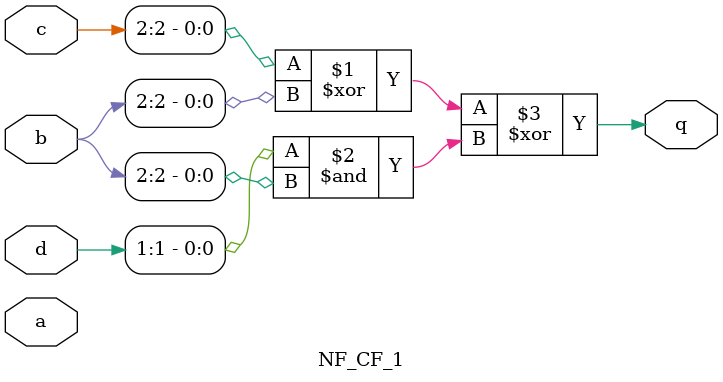
<source format=v>
/*
* -----------------------------------------------------------------
* COMPANY : Shandong University
* AUTHOR  : Yanhong Fan, Lixuan Wu, Chaoran Wang, Meiqin Wang
* DOCUMENT: "A Fast Search Method for 3-Share Second-Order Masking Schemes for Lightweight S-Boxes"  
* -----------------------------------------------------------------
*
* Copyright c 2023, Yanhong Fan, Lixuan Wu, Chaoran Wang, Meiqin Wang

*
* All rights reserved.
*
* THIS SOFTWARE IS PROVIDED BY THE COPYRIGHT HOLDERS AND CONTRIBUTORS "AS IS" AND
* ANY EXPRESS OR IMPLIED WARRANTIES, INCLUDING, BUT NOT LIMITED TO, THE IMPLIED
* WARRANTIES OF MERCHANTABILITY AND FITNESS FOR A PARTICULAR PURPOSE ARE
* DISCLAIMED. IN NO EVENT SHALL THE COPYRIGHT HOLDER OR CONTRIBUTERS BE LIABLE FOR ANY
* DIRECT, INDIRECT, INCIDENTAL, SPECIAL, EXEMPLARY, OR CONSEQUENTIAL DAMAGES
* INCLUDING, BUT NOT LIMITED TO, PROCUREMENT OF SUBSTITUTE GOODS OR SERVICES;
* LOSS OF USE, DATA, OR PROFITS; OR BUSINESS INTERRUPTION HOWEVER CAUSED AND
* ON ANY THEORY OF LIABILITY, WHETHER IN CONTRACT, STRICT LIABILITY, OR TORT
* INCLUDING NEGLIGENCE OR OTHERWISE ARISING IN ANY WAY OUT OF THE USE OF THIS
* SOFTWARE, EVEN IF ADVISED OF THE POSSIBILITY OF SUCH DAMAGE.
*
* Please see LICENSE and README for license and further instructions.
*/
module NF_CF_1(
    input [3:1] a,
    input [3:1] b,
    input [3:1] c,
    input [3:1] d,
    output q 
	 );
	 
	parameter num = 1;
	 
	generate

		if(num==0) begin
			assign q = d[1]^b[1]^(d[1]&b[1]);
		end
		if(num==1) begin
			assign q = c[2] ^b[2] ^ (d[1]&b[2]);
		end
		if(num==2) begin
			assign q =  (d[1]&b[3]);
		end
		if(num==3) begin
			assign q = c[1] ^ (d[2]&b[1]);
		end
		if(num==4) begin
			assign q = b[2]^d[2]^(d[2]&b[2]);
		end
		if(num==5) begin
			assign q = (d[2]&b[3]);
		end
		if(num==6) begin
			assign q = b[1] ^ (d[3]&b[1]);
		end
		if(num==7) begin
			assign q = (d[3]&b[2]);
		end
		if(num==8) begin
			assign q = d[3] ^ c[3] ^ (d[3]&b[3]);
		end
		if(num==9) begin
			assign q = b[1] ^ (d[1]&b[1]);
		end
		if(num==10) begin
			assign q = b[2] ^ c[2] ^ (d[1]&b[2]);
		end
		if(num==11) begin
			assign q =  (d[1]&b[3]);
		end
		if(num==12) begin
			assign q =  c[1] ^ (d[2]&b[1]);
		end
		if(num==13) begin
			assign q = b[2] ^ (d[2]&b[2]);
		end
		if(num==14) begin
			assign q = (d[2]&b[3]);
		end
		if(num==15) begin
			assign q = b[1] ^ (d[3]&b[1]);
		end
		if(num==16) begin
			assign q =  (d[3]&b[2]);
		end
		if(num==17) begin
			assign q = c[3] ^ (d[3]&b[3]);
		end
		if(num==18) begin
			assign q = c[1] ^  (d[1]&c[1]) ^ (d[1]&b[1]);
		end
		if(num==19) begin
			assign q = b[2] ^ c[2]^(d[1]&c[2]) ^ (d[1]&b[2]);
		end
		if(num==20) begin
			assign q = (d[1]&c[3]) ^ (d[1]&b[3]);
		end
		if(num==21) begin
			assign q = b[1] ^ c[1]^(d[2]&c[1]) ^ (d[2]&b[1]);
		end
		if(num==22) begin
			assign q = (d[2]&c[2]) ^ (d[2]&b[2]);
		end
		if(num==23) begin
			assign q = c[3] ^ (d[2]&c[3]) ^ (d[2]&b[3]);
		end
		if(num==24) begin
			assign q =  (d[3]&c[1]) ^ (d[3]&b[1]);
		end
		if(num==25) begin
			assign q = c[2] ^ (d[3]&c[2]) ^ (d[3]&b[2]);
		end
		if(num==26) begin
			assign q = (d[3]&c[3]) ^ (d[3]&b[3])^b[3]^c[3];
		end
		if(num==27) begin
			assign q = (d[1]&c[1]) ^ (d[1]&b[1]) ^ a[1];
		end
		if(num==28) begin
			assign q = b[2]^a[2]^(d[1]&c[2]) ^ (d[1]&b[2]);
		end
		if(num==29) begin
			assign q = (d[1]&c[3]) ^ (d[1]&b[3]);
		end
		if(num==30) begin
			assign q = b[1] ^ a[1] ^ (d[2]&c[1]) ^ (d[2]&b[1]);
		end
		if(num==31) begin
			assign q = (d[2]&c[2]) ^ (d[2]&b[2]);
		end
		if(num==32) begin
			assign q = c[3] ^ (d[2]&c[3]) ^ (d[2]&b[3]);
		end
		if(num==33) begin
			assign q = a[1] ^ (d[3]&c[1]) ^ (d[3]&b[1]);
		end
		if(num==34) begin
			assign q = (d[3]&c[2]) ^ (d[3]&b[2]);
		end
		if(num==35) begin
			assign q = a[3] ^ b[3] ^ c[3] ^ (d[3]&c[3]) ^ (d[3]&b[3]);
		end


	endgenerate


endmodule

</source>
